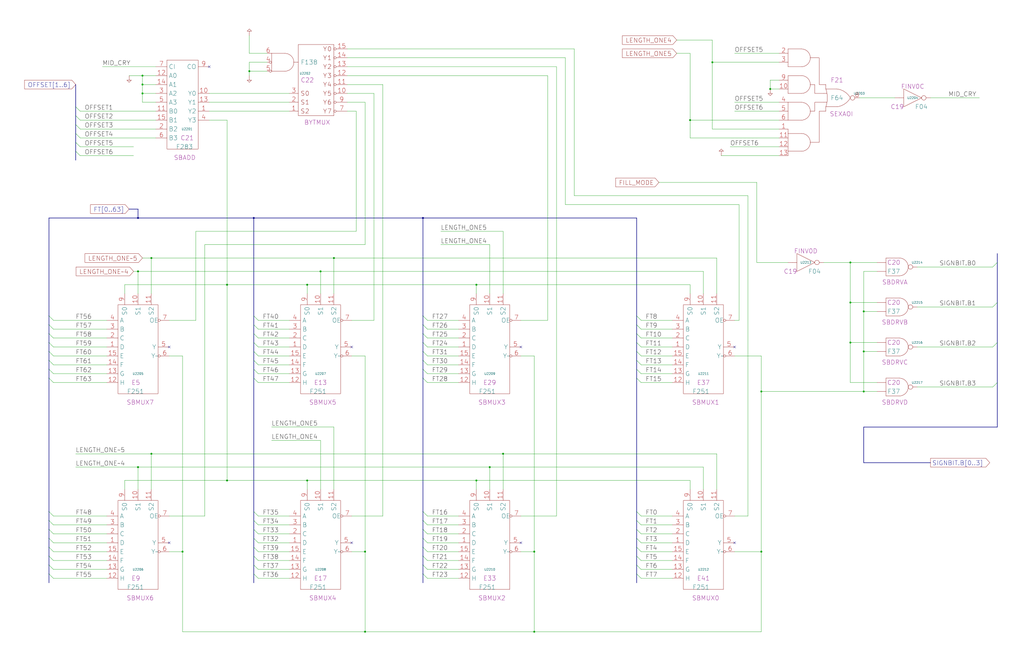
<source format=kicad_sch>
(kicad_sch (version 20230121) (generator eeschema)
  (paper "User" 584.2 378.46)
  (title_block (title "SIGN BIT EXTRACTOR") (date "20-MAR-90") (rev "1.0") (comment 1 "FIU") (comment 2 "232-003065") (comment 3 "S400") (comment 4 "RELEASED"))
  (lib_symbols
    (symbol "r1000:F04" (pin_numbers hide) (pin_names hide)
      (property "Reference" "U" (at 0 0 0))
      (property "Value" "F04" (at 1.27 -5.08 0))
      (property "Location" "___" (at -12.7 -5.08 0))
      (property "Name" "______" (at 0 5.08 0))
      (symbol "F04_0_1"
        (polyline (pts (xy -7.62 0) (xy -5.08 0)) (stroke (width 0.1524)))
        (polyline (pts (xy -5.08 5.08) (xy -5.08 -5.08)) (stroke (width 0.1524)))
        (polyline (pts (xy 5.08 0) (xy -5.08 -5.08)) (stroke (width 0.1524)))
        (polyline (pts (xy 5.08 0) (xy -5.08 5.08)) (stroke (width 0.1524)))
        (circle (center 6.35 0) (radius 1.27) (stroke (width 0.1524)))
      )
      (symbol "F04_1_1"
        (pin input line (at -10.16 0 0) (length 2.54) (name "D0") (number "1"))
        (pin output line (at 10.16 0 180) (length 2.54) (name "Q") (number "2"))
      )
    )
    (symbol "r1000:F138" (pin_names (offset 1.016) hide)
      (property "Reference" "U" (at 1.27 3.81 0))
      (property "Value" "F138" (at -1.27 10.16 0))
      (property "Location" "___" (at -1.27 0 0))
      (property "Name" "______" (at 8.255 -24.13 0))
      (symbol "F138_0_0"
        (arc (start -10.16 5.08) (mid -6.5679 6.5679) (end -5.08 10.16) (stroke (width 0.1524)))
        (arc (start -5.08 10.16) (mid -6.5679 13.7521) (end -10.16 15.24) (stroke (width 0.1524)))
        (polyline (pts (xy -17.78 5.08) (xy -10.16 5.08)) (stroke (width 0.1524)))
        (polyline (pts (xy -17.78 15.24) (xy -10.16 15.24)) (stroke (width 0.1524)))
      )
      (symbol "F138_0_1"
        (circle (center -18.415 5.08) (radius 0.635) (stroke (width 0.1524)))
        (circle (center -18.415 10.16) (radius 0.635) (stroke (width 0.1524)))
        (rectangle (start -2.54 20.32) (end 17.78 -20.32) (stroke (width 0.1524)))
        (polyline (pts (xy -19.05 15.24) (xy -17.78 15.24)) (stroke (width 0.1524)))
        (polyline (pts (xy -17.78 15.24) (xy -17.78 5.08)) (stroke (width 0.1524)))
        (polyline (pts (xy -2.54 10.16) (xy -5.08 10.16)) (stroke (width 0.1524)))
      )
      (symbol "F138_1_1"
        (circle (center 18.415 -17.78) (radius 0.635))
        (circle (center 18.415 -12.7) (radius 0.635))
        (circle (center 18.415 -7.62) (radius 0.635))
        (circle (center 18.415 -2.54) (radius 0.635))
        (circle (center 18.415 2.54) (radius 0.635))
        (circle (center 18.415 7.62) (radius 0.635))
        (circle (center 18.415 12.7) (radius 0.635))
        (circle (center 18.415 17.78) (radius 0.635))
        (text "0" (at 2.54 -7.62 0) (effects (font (size 2.54 2.54))))
        (text "0" (at 15.24 17.78 0) (effects (font (size 2.54 2.54))))
        (text "1" (at 2.54 -12.7 0) (effects (font (size 2.54 2.54))))
        (text "1" (at 15.24 12.7 0) (effects (font (size 2.54 2.54))))
        (text "2" (at 2.54 -17.78 0) (effects (font (size 2.54 2.54))))
        (text "2" (at 15.24 7.62 0) (effects (font (size 2.54 2.54))))
        (text "3" (at 15.24 2.54 0) (effects (font (size 2.54 2.54))))
        (text "4" (at 15.24 -2.54 0) (effects (font (size 2.54 2.54))))
        (text "5" (at 15.24 -7.62 0) (effects (font (size 2.54 2.54))))
        (text "6" (at 15.24 -12.7 0) (effects (font (size 2.54 2.54))))
        (text "7" (at 15.24 -17.78 0) (effects (font (size 2.54 2.54))))
        (text "S" (at 0 -17.78 0) (effects (font (size 2.54 2.54))))
        (text "S" (at 0 -12.7 0) (effects (font (size 2.54 2.54))))
        (text "S" (at 0 -7.62 0) (effects (font (size 2.54 2.54))))
        (text "Y" (at 12.7 -17.78 0) (effects (font (size 2.54 2.54))))
        (text "Y" (at 12.7 -12.7 0) (effects (font (size 2.54 2.54))))
        (text "Y" (at 12.7 -7.62 0) (effects (font (size 2.54 2.54))))
        (text "Y" (at 12.7 -2.54 0) (effects (font (size 2.54 2.54))))
        (text "Y" (at 12.7 2.54 0) (effects (font (size 2.54 2.54))))
        (text "Y" (at 12.7 7.62 0) (effects (font (size 2.54 2.54))))
        (text "Y" (at 12.7 12.7 0) (effects (font (size 2.54 2.54))))
        (text "Y" (at 12.7 17.78 0) (effects (font (size 2.54 2.54))))
        (pin input line (at -7.62 -17.78 0) (length 5.08) (name "S2") (number "1"))
        (pin output line (at 25.4 -7.62 180) (length 6.35) (name "Y5_") (number "10"))
        (pin output line (at 25.4 -2.54 180) (length 6.35) (name "Y4_") (number "11"))
        (pin output line (at 25.4 2.54 180) (length 6.35) (name "Y3_") (number "12"))
        (pin output line (at 25.4 7.62 180) (length 6.35) (name "Y2_") (number "13"))
        (pin output line (at 25.4 12.7 180) (length 6.35) (name "Y1_") (number "14"))
        (pin output line (at 25.4 17.78 180) (length 6.35) (name "Y0_") (number "15"))
        (pin input line (at -7.62 -12.7 0) (length 5.08) (name "S1") (number "2"))
        (pin input line (at -7.62 -7.62 0) (length 5.08) (name "S0") (number "3"))
        (pin input line (at -20.32 10.16 0) (length 1.27) (name "D1") (number "4"))
        (pin input line (at -20.32 5.08 0) (length 1.27) (name "D2") (number "5"))
        (pin input line (at -20.32 15.24 0) (length 1.27) (name "D0") (number "6"))
        (pin output line (at 25.4 -17.78 180) (length 6.35) (name "Y7_") (number "7"))
        (pin output line (at 25.4 -12.7 180) (length 6.35) (name "Y6_") (number "9"))
      )
    )
    (symbol "r1000:F251" (pin_names (offset 1.016))
      (property "Reference" "U" (at 2.54 5.08 0))
      (property "Value" "F251" (at -3.81 -5.08 0))
      (property "Location" "___" (at -1.27 0 0))
      (property "Name" "______" (at 3.81 -12.7 0))
      (symbol "F251_1_1"
        (rectangle (start -8.89 44.45) (end 13.97 -6.35))
        (circle (center 14.605 15.24) (radius 0.635))
        (circle (center 14.605 35.56) (radius 0.635))
        (pin input line (at -15.24 20.32 0) (length 6.35) (name "D") (number "1"))
        (pin input line (at 2.54 50.8 270) (length 6.35) (name "S1") (number "10"))
        (pin input line (at 10.16 50.8 270) (length 6.35) (name "S2") (number "11"))
        (pin input line (at -15.24 0 0) (length 6.35) (name "H") (number "12"))
        (pin input line (at -15.24 5.08 0) (length 6.35) (name "G") (number "13"))
        (pin input line (at -15.24 10.16 0) (length 6.35) (name "F") (number "14"))
        (pin input line (at -15.24 15.24 0) (length 6.35) (name "E") (number "15"))
        (pin input line (at -15.24 25.4 0) (length 6.35) (name "C") (number "2"))
        (pin input line (at -15.24 30.48 0) (length 6.35) (name "B") (number "3"))
        (pin input line (at -15.24 35.56 0) (length 6.35) (name "A") (number "4"))
        (pin tri_state line (at 20.32 20.32 180) (length 6.35) (name "Y") (number "5"))
        (pin tri_state line (at 20.32 15.24 180) (length 5.08) (name "Y~") (number "6"))
        (pin input line (at 20.32 35.56 180) (length 5.08) (name "OE") (number "7"))
        (pin input line (at -5.08 50.8 270) (length 6.35) (name "S0") (number "9"))
      )
    )
    (symbol "r1000:F283" (pin_names (offset 1.016))
      (property "Reference" "U" (at 2.54 5.08 0))
      (property "Value" "F283" (at -3.81 -5.08 0))
      (property "Location" "___" (at -1.27 0 0))
      (property "Name" "______" (at 1.27 -12.7 0))
      (symbol "F283_1_1"
        (rectangle (start -8.89 44.45) (end 8.89 -6.35))
        (pin output line (at 15.24 15.24 180) (length 6.35) (name "Y2") (number "1"))
        (pin output line (at 15.24 25.4 180) (length 6.35) (name "Y0") (number "10"))
        (pin input line (at -15.24 15.24 0) (length 6.35) (name "B0") (number "11"))
        (pin input line (at -15.24 35.56 0) (length 6.35) (name "A0") (number "12"))
        (pin output line (at 15.24 20.32 180) (length 6.35) (name "Y1") (number "13"))
        (pin input line (at -15.24 30.48 0) (length 6.35) (name "A1") (number "14"))
        (pin input line (at -15.24 10.16 0) (length 6.35) (name "B1") (number "15"))
        (pin input line (at -15.24 5.08 0) (length 6.35) (name "B2") (number "2"))
        (pin input line (at -15.24 25.4 0) (length 6.35) (name "A2") (number "3"))
        (pin output line (at 15.24 10.16 180) (length 6.35) (name "Y3") (number "4"))
        (pin input line (at -15.24 20.32 0) (length 6.35) (name "A3") (number "5"))
        (pin input line (at -15.24 0 0) (length 6.35) (name "B3") (number "6"))
        (pin input line (at -15.24 40.64 0) (length 6.35) (name "CI") (number "7"))
        (pin output line (at 15.24 40.64 180) (length 6.35) (name "CO") (number "9"))
      )
    )
    (symbol "r1000:F37" (pin_numbers hide) (pin_names (offset 0) hide)
      (property "Reference" "U" (at 15.24 0 0))
      (property "Value" "F37" (at 1.905 -5.08 0))
      (property "Location" "___" (at 1.905 0 0))
      (property "Name" "______" (at 2.54 -12.7 0))
      (symbol "F37_0_1"
        (polyline (pts (xy -2.54 -7.62) (xy 5.08 -7.62)) (stroke (width 0.1524)))
        (polyline (pts (xy -2.54 2.54) (xy -2.54 -7.62)) (stroke (width 0.1524)))
        (polyline (pts (xy -2.54 2.54) (xy 5.08 2.54)) (stroke (width 0.1524)))
        (arc (start 5.08 -7.62) (mid 10.1282 -2.54) (end 5.08 2.54) (stroke (width 0.1524)))
        (circle (center 11.43 -2.54) (radius 1.27) (stroke (width 0.1524)))
      )
      (symbol "F37_0_2"
        (circle (center -3.81 -5.08) (radius 1.27) (stroke (width 0.1524)))
        (circle (center -3.81 0) (radius 1.27) (stroke (width 0.1524)))
        (arc (start -3.175 -7.62) (mid -2.134 -2.54) (end -3.175 2.54) (stroke (width 0.1524)))
        (polyline (pts (xy -3.175 -7.62) (xy 3.81 -7.62)) (stroke (width 0.1524)))
        (polyline (pts (xy -3.175 2.54) (xy 3.81 2.54)) (stroke (width 0.1524)))
        (arc (start 3.81 -7.62) (mid 7.5855 -5.8306) (end 10.16 -2.54) (stroke (width 0.1524)))
        (arc (start 10.16 -2.54) (mid 7.5827 0.7471) (end 3.81 2.54) (stroke (width 0.1524)))
      )
      (symbol "F37_1_1"
        (pin input line (at -7.62 0 0) (length 5.08) (name "D0") (number "1"))
        (pin input line (at -7.62 -5.08 0) (length 5.08) (name "D1") (number "2"))
        (pin output line (at 15.24 -2.54 180) (length 2.54) (name "Q") (number "3"))
      )
      (symbol "F37_1_2"
        (pin input line (at -7.62 0 0) (length 2.54) (name "D0") (number "1"))
        (pin input line (at -7.62 -5.08 0) (length 2.54) (name "D1") (number "2"))
        (pin output line (at 15.24 -2.54 180) (length 5.08) (name "Q") (number "3"))
      )
    )
    (symbol "r1000:F64" (pin_names hide)
      (property "Reference" "U" (at 15.24 2.54 0))
      (property "Value" "F64" (at 2.54 0 0))
      (property "Location" "___" (at 2.54 10.16 0))
      (property "Name" "______" (at 5.08 -10.62 0))
      (symbol "F64_0_0"
        (arc (start -17.78 -30.48) (mid -14.1879 -28.9921) (end -12.7 -25.4) (stroke (width 0.1524)))
        (arc (start -17.78 -12.7) (mid -14.1879 -11.2121) (end -12.7 -7.62) (stroke (width 0.1524)))
        (arc (start -17.78 2.54) (mid -14.1879 4.0279) (end -12.7 7.62) (stroke (width 0.1524)))
        (arc (start -17.78 17.78) (mid -14.1879 19.2679) (end -12.7 22.86) (stroke (width 0.1524)))
        (arc (start -12.7 -25.4) (mid -14.1879 -21.8079) (end -17.78 -20.32) (stroke (width 0.1524)))
        (arc (start -12.7 -7.62) (mid -14.1879 -4.0279) (end -17.78 -2.54) (stroke (width 0.1524)))
        (arc (start -12.7 7.62) (mid -14.1879 11.2121) (end -17.78 12.7) (stroke (width 0.1524)))
        (arc (start -12.7 22.86) (mid -14.1879 26.4521) (end -17.78 27.94) (stroke (width 0.1524)))
        (arc (start -3.8173 -5.08) (mid -2.9926 0) (end -3.8173 5.08) (stroke (width 0.1524)))
        (polyline (pts (xy -25.4 -30.48) (xy -17.78 -30.48)) (stroke (width 0.1524)))
        (polyline (pts (xy -25.4 -20.32) (xy -17.78 -20.32)) (stroke (width 0.1524)))
        (polyline (pts (xy -25.4 -12.7) (xy -17.78 -12.7)) (stroke (width 0.1524)))
        (polyline (pts (xy -25.4 -2.54) (xy -17.78 -2.54)) (stroke (width 0.1524)))
        (polyline (pts (xy -25.4 2.54) (xy -17.78 2.54)) (stroke (width 0.1524)))
        (polyline (pts (xy -25.4 12.7) (xy -17.78 12.7)) (stroke (width 0.1524)))
        (polyline (pts (xy -25.4 17.78) (xy -17.78 17.78)) (stroke (width 0.1524)))
        (polyline (pts (xy -25.4 27.94) (xy -17.78 27.94)) (stroke (width 0.1524)))
        (polyline (pts (xy -3.81 -5.08) (xy 2.54 -5.08)) (stroke (width 0.1524)))
        (polyline (pts (xy -3.81 5.08) (xy 2.54 5.08)) (stroke (width 0.1524)))
        (arc (start 2.54 -5.08) (mid 6.9504 -3.4405) (end 10.16 0) (stroke (width 0.1524)))
        (arc (start 10.16 0) (mid 6.9516 3.4424) (end 2.54 5.08) (stroke (width 0.1524)))
        (circle (center 11.43 0) (radius 1.27) (stroke (width 0.1524)))
      )
      (symbol "F64_0_1"
        (polyline (pts (xy -25.4 -33.02) (xy -25.4 -30.48)) (stroke (width 0.1524)))
        (polyline (pts (xy -25.4 -20.32) (xy -25.4 -30.48)) (stroke (width 0.1524)))
        (polyline (pts (xy -25.4 -17.78) (xy -25.4 -20.32)) (stroke (width 0.1524)))
        (polyline (pts (xy -25.4 -2.54) (xy -25.4 -12.7)) (stroke (width 0.1524)))
        (polyline (pts (xy -25.4 12.7) (xy -25.4 2.54)) (stroke (width 0.1524)))
        (polyline (pts (xy -25.4 27.94) (xy -25.4 17.78)) (stroke (width 0.1524)))
        (polyline (pts (xy -12.7 -7.62) (xy -12.7 -7.62)) (stroke (width 0.1524)))
        (polyline (pts (xy -5.08 -2.54) (xy -3.175 -2.54)) (stroke (width 0.1524)))
        (polyline (pts (xy -5.08 2.54) (xy -3.175 2.54)) (stroke (width 0.1524)))
        (polyline (pts (xy -12.7 -7.62) (xy -10.16 -7.62) (xy -10.16 -2.54) (xy -5.08 -2.54)) (stroke (width 0.1524)))
        (polyline (pts (xy -12.7 7.62) (xy -10.16 7.62) (xy -10.16 2.54) (xy -5.08 2.54)) (stroke (width 0.1524)))
        (polyline (pts (xy -3.81 -5.08) (xy -3.81 -7.62) (xy -7.62 -7.62) (xy -7.62 -25.4) (xy -12.7 -25.4)) (stroke (width 0.1524)))
        (polyline (pts (xy -3.81 5.08) (xy -3.81 7.62) (xy -7.62 7.62) (xy -7.62 22.86) (xy -12.7 22.86)) (stroke (width 0.1524)))
      )
      (symbol "F64_1_1"
        (pin input line (at -30.48 -17.78 0) (length 5.08) (name "D0") (number "1"))
        (pin input line (at -30.48 5.08 0) (length 5.08) (name "B1") (number "10"))
        (pin input line (at -30.48 -22.86 0) (length 5.08) (name "D1") (number "11"))
        (pin input line (at -30.48 -27.94 0) (length 5.08) (name "D2") (number "12"))
        (pin input line (at -30.48 -33.02 0) (length 5.08) (name "D3") (number "13"))
        (pin input line (at -30.48 25.4 0) (length 5.08) (name "A0") (number "2"))
        (pin input line (at -30.48 20.32 0) (length 5.08) (name "A1") (number "3"))
        (pin input line (at -30.48 -2.54 0) (length 5.08) (name "C0") (number "4"))
        (pin input line (at -30.48 -7.62 0) (length 5.08) (name "C1") (number "5"))
        (pin input line (at -30.48 -12.7 0) (length 5.08) (name "C2") (number "6"))
        (pin output line (at 15.24 0 180) (length 2.54) (name "Q") (number "8"))
        (pin input line (at -30.48 10.16 0) (length 5.08) (name "B0") (number "9"))
      )
    )
    (symbol "r1000:PD" (power) (pin_numbers hide) (pin_names hide) (in_bom no)
      (symbol "PD_0_1"
        (polyline (pts (xy 0 -2.54) (xy 1.27 -2.54) (xy 0 -3.81) (xy -1.27 -2.54) (xy 0 -2.54)) (stroke (width 0.1524)))
      )
      (symbol "PD_1_1"
        (pin power_in line (at 0 0 270) (length 2.54) (name "PD") (number "1"))
      )
    )
    (symbol "r1000:PU" (power) (pin_numbers hide) (pin_names hide)
      (symbol "PU_0_1"
        (polyline (pts (xy 0 2.54) (xy -1.27 2.54) (xy 0 3.81) (xy 1.27 2.54) (xy 0 2.54)) (stroke (width 0.1524)))
      )
      (symbol "PU_1_1"
        (pin power_in line (at 0 0 90) (length 2.54) (name "PU") (number "1"))
      )
    )
  )
  (junction (at 78.74 154.94))
  (junction (at 492.76 223.52))
  (junction (at 190.5 147.32))
  (junction (at 492.76 177.8))
  (junction (at 439.42 50.8))
  (junction (at 485.14 195.58))
  (junction (at 144.78 124.46))
  (junction (at 86.36 147.32))
  (junction (at 81.28 48.26))
  (junction (at 81.28 43.18))
  (junction (at 104.14 314.96))
  (junction (at 434.34 314.96))
  (junction (at 279.4 266.7))
  (junction (at 81.28 53.34))
  (junction (at 434.34 223.52))
  (junction (at 78.74 124.46))
  (junction (at 175.26 162.56))
  (junction (at 271.78 274.32))
  (junction (at 129.54 162.56))
  (junction (at 175.26 274.32))
  (junction (at 304.8 360.68))
  (junction (at 208.28 360.68))
  (junction (at 485.14 172.72))
  (junction (at 241.3 124.46))
  (junction (at 86.36 259.08))
  (junction (at 304.8 314.96))
  (junction (at 287.02 259.08))
  (junction (at 393.7 68.58))
  (junction (at 129.54 274.32))
  (junction (at 208.28 314.96))
  (junction (at 492.76 200.66))
  (junction (at 142.24 40.64))
  (junction (at 485.14 149.86))
  (junction (at 406.4 35.56))
  (junction (at 271.78 162.56))
  (junction (at 78.74 266.7))
  (junction (at 182.88 154.94))
  (no_connect (at 419.1 198.12))
  (no_connect (at 297.18 309.88))
  (no_connect (at 96.52 309.88))
  (no_connect (at 419.1 309.88))
  (no_connect (at 200.66 309.88))
  (no_connect (at 119.38 38.1))
  (no_connect (at 96.52 198.12))
  (no_connect (at 297.18 198.12))
  (no_connect (at 200.66 198.12))
  (bus_entry (at 363.22 297.18) (size 2.54 2.54))
  (bus_entry (at 144.78 195.58) (size 2.54 2.54))
  (bus_entry (at 241.3 180.34) (size 2.54 2.54))
  (bus_entry (at 363.22 215.9) (size 2.54 2.54))
  (bus_entry (at 363.22 180.34) (size 2.54 2.54))
  (bus_entry (at 241.3 322.58) (size 2.54 2.54))
  (bus_entry (at 43.18 81.28) (size 2.54 2.54))
  (bus_entry (at 363.22 327.66) (size 2.54 2.54))
  (bus_entry (at 241.3 312.42) (size 2.54 2.54))
  (bus_entry (at 144.78 200.66) (size 2.54 2.54))
  (bus_entry (at 144.78 205.74) (size 2.54 2.54))
  (bus_entry (at 241.3 215.9) (size 2.54 2.54))
  (bus_entry (at 241.3 327.66) (size 2.54 2.54))
  (bus_entry (at 144.78 312.42) (size 2.54 2.54))
  (bus_entry (at 27.94 292.1) (size 2.54 2.54))
  (bus_entry (at 241.3 302.26) (size 2.54 2.54))
  (bus_entry (at 144.78 180.34) (size 2.54 2.54))
  (bus_entry (at 241.3 185.42) (size 2.54 2.54))
  (bus_entry (at 43.18 66.04) (size 2.54 2.54))
  (bus_entry (at 363.22 210.82) (size 2.54 2.54))
  (bus_entry (at 27.94 180.34) (size 2.54 2.54))
  (bus_entry (at 27.94 190.5) (size 2.54 2.54))
  (bus_entry (at 144.78 327.66) (size 2.54 2.54))
  (bus_entry (at 363.22 205.74) (size 2.54 2.54))
  (bus_entry (at 27.94 195.58) (size 2.54 2.54))
  (bus_entry (at 43.18 86.36) (size 2.54 2.54))
  (bus_entry (at 144.78 297.18) (size 2.54 2.54))
  (bus_entry (at 27.94 312.42) (size 2.54 2.54))
  (bus_entry (at 27.94 302.26) (size 2.54 2.54))
  (bus_entry (at 27.94 205.74) (size 2.54 2.54))
  (bus_entry (at 27.94 297.18) (size 2.54 2.54))
  (bus_entry (at 27.94 317.5) (size 2.54 2.54))
  (bus_entry (at 43.18 71.12) (size 2.54 2.54))
  (bus_entry (at 27.94 185.42) (size 2.54 2.54))
  (bus_entry (at 241.3 200.66) (size 2.54 2.54))
  (bus_entry (at 144.78 215.9) (size 2.54 2.54))
  (bus_entry (at 27.94 327.66) (size 2.54 2.54))
  (bus_entry (at 363.22 302.26) (size 2.54 2.54))
  (bus_entry (at 363.22 292.1) (size 2.54 2.54))
  (bus_entry (at 241.3 317.5) (size 2.54 2.54))
  (bus_entry (at 363.22 307.34) (size 2.54 2.54))
  (bus_entry (at 43.18 60.96) (size 2.54 2.54))
  (bus_entry (at 241.3 195.58) (size 2.54 2.54))
  (bus_entry (at 43.18 76.2) (size 2.54 2.54))
  (bus_entry (at 144.78 302.26) (size 2.54 2.54))
  (bus_entry (at 568.96 218.44) (size -2.54 2.54))
  (bus_entry (at 144.78 185.42) (size 2.54 2.54))
  (bus_entry (at 144.78 210.82) (size 2.54 2.54))
  (bus_entry (at 363.22 190.5) (size 2.54 2.54))
  (bus_entry (at 144.78 322.58) (size 2.54 2.54))
  (bus_entry (at 27.94 210.82) (size 2.54 2.54))
  (bus_entry (at 241.3 307.34) (size 2.54 2.54))
  (bus_entry (at 568.96 149.86) (size -2.54 2.54))
  (bus_entry (at 363.22 195.58) (size 2.54 2.54))
  (bus_entry (at 363.22 200.66) (size 2.54 2.54))
  (bus_entry (at 241.3 297.18) (size 2.54 2.54))
  (bus_entry (at 568.96 172.72) (size -2.54 2.54))
  (bus_entry (at 241.3 190.5) (size 2.54 2.54))
  (bus_entry (at 144.78 292.1) (size 2.54 2.54))
  (bus_entry (at 144.78 317.5) (size 2.54 2.54))
  (bus_entry (at 363.22 317.5) (size 2.54 2.54))
  (bus_entry (at 144.78 307.34) (size 2.54 2.54))
  (bus_entry (at 27.94 322.58) (size 2.54 2.54))
  (bus_entry (at 568.96 195.58) (size -2.54 2.54))
  (bus_entry (at 27.94 215.9) (size 2.54 2.54))
  (bus_entry (at 144.78 190.5) (size 2.54 2.54))
  (bus_entry (at 241.3 292.1) (size 2.54 2.54))
  (bus_entry (at 363.22 185.42) (size 2.54 2.54))
  (bus_entry (at 27.94 307.34) (size 2.54 2.54))
  (bus_entry (at 363.22 322.58) (size 2.54 2.54))
  (bus_entry (at 363.22 312.42) (size 2.54 2.54))
  (bus_entry (at 27.94 200.66) (size 2.54 2.54))
  (bus_entry (at 241.3 210.82) (size 2.54 2.54))
  (bus_entry (at 241.3 205.74) (size 2.54 2.54))
  (wire (pts (xy 492.76 200.66) (xy 492.76 223.52)))
  (wire (pts (xy 30.48 304.8) (xy 60.96 304.8)))
  (bus (pts (xy 27.94 317.5) (xy 27.94 322.58)))
  (wire (pts (xy 198.12 58.42) (xy 208.28 58.42)))
  (wire (pts (xy 147.32 320.04) (xy 165.1 320.04)))
  (bus (pts (xy 492.76 264.16) (xy 530.86 264.16)))
  (bus (pts (xy 568.96 149.86) (xy 568.96 172.72)))
  (wire (pts (xy 469.9 149.86) (xy 485.14 149.86)))
  (wire (pts (xy 401.32 154.94) (xy 401.32 167.64)))
  (wire (pts (xy 30.48 187.96) (xy 60.96 187.96)))
  (wire (pts (xy 416.56 83.82) (xy 444.5 83.82)))
  (wire (pts (xy 297.18 203.2) (xy 304.8 203.2)))
  (wire (pts (xy 45.72 68.58) (xy 88.9 68.58)))
  (wire (pts (xy 365.76 294.64) (xy 383.54 294.64)))
  (wire (pts (xy 86.36 147.32) (xy 190.5 147.32)))
  (wire (pts (xy 30.48 299.72) (xy 60.96 299.72)))
  (wire (pts (xy 142.24 40.64) (xy 142.24 43.18)))
  (wire (pts (xy 485.14 172.72) (xy 485.14 149.86)))
  (wire (pts (xy 287.02 259.08) (xy 287.02 279.4)))
  (bus (pts (xy 78.74 124.46) (xy 27.94 124.46)))
  (wire (pts (xy 287.02 167.64) (xy 287.02 132.08)))
  (bus (pts (xy 241.3 124.46) (xy 144.78 124.46)))
  (wire (pts (xy 142.24 35.56) (xy 142.24 40.64)))
  (wire (pts (xy 421.64 116.84) (xy 421.64 182.88)))
  (wire (pts (xy 78.74 266.7) (xy 279.4 266.7)))
  (wire (pts (xy 492.76 200.66) (xy 500.38 200.66)))
  (wire (pts (xy 243.84 314.96) (xy 261.62 314.96)))
  (wire (pts (xy 426.72 294.64) (xy 419.1 294.64)))
  (bus (pts (xy 568.96 218.44) (xy 568.96 243.84)))
  (bus (pts (xy 144.78 124.46) (xy 78.74 124.46)))
  (wire (pts (xy 30.48 213.36) (xy 60.96 213.36)))
  (wire (pts (xy 86.36 259.08) (xy 86.36 279.4)))
  (bus (pts (xy 363.22 327.66) (xy 363.22 332.74)))
  (wire (pts (xy 243.84 294.64) (xy 261.62 294.64)))
  (bus (pts (xy 27.94 327.66) (xy 27.94 332.74)))
  (wire (pts (xy 147.32 208.28) (xy 165.1 208.28)))
  (wire (pts (xy 439.42 50.8) (xy 444.5 50.8)))
  (wire (pts (xy 317.5 38.1) (xy 317.5 294.64)))
  (wire (pts (xy 203.2 132.08) (xy 203.2 63.5)))
  (wire (pts (xy 365.76 299.72) (xy 383.54 299.72)))
  (wire (pts (xy 198.12 38.1) (xy 317.5 38.1)))
  (wire (pts (xy 279.4 139.7) (xy 251.46 139.7)))
  (wire (pts (xy 393.7 30.48) (xy 386.08 30.48)))
  (bus (pts (xy 241.3 307.34) (xy 241.3 312.42)))
  (wire (pts (xy 365.76 320.04) (xy 383.54 320.04)))
  (wire (pts (xy 365.76 325.12) (xy 383.54 325.12)))
  (wire (pts (xy 190.5 243.84) (xy 190.5 279.4)))
  (bus (pts (xy 363.22 297.18) (xy 363.22 302.26)))
  (wire (pts (xy 198.12 53.34) (xy 213.36 53.34)))
  (bus (pts (xy 568.96 172.72) (xy 568.96 195.58)))
  (wire (pts (xy 485.14 172.72) (xy 500.38 172.72)))
  (wire (pts (xy 198.12 43.18) (xy 312.42 43.18)))
  (bus (pts (xy 241.3 190.5) (xy 241.3 195.58)))
  (wire (pts (xy 492.76 223.52) (xy 500.38 223.52)))
  (bus (pts (xy 144.78 292.1) (xy 144.78 297.18)))
  (wire (pts (xy 30.48 193.04) (xy 60.96 193.04)))
  (wire (pts (xy 322.58 116.84) (xy 421.64 116.84)))
  (wire (pts (xy 71.12 274.32) (xy 129.54 274.32)))
  (wire (pts (xy 322.58 33.02) (xy 322.58 116.84)))
  (bus (pts (xy 363.22 205.74) (xy 363.22 210.82)))
  (wire (pts (xy 393.7 274.32) (xy 393.7 279.4)))
  (wire (pts (xy 71.12 162.56) (xy 129.54 162.56)))
  (bus (pts (xy 241.3 292.1) (xy 241.3 297.18)))
  (bus (pts (xy 43.18 81.28) (xy 43.18 86.36)))
  (bus (pts (xy 363.22 322.58) (xy 363.22 327.66)))
  (wire (pts (xy 200.66 203.2) (xy 208.28 203.2)))
  (wire (pts (xy 243.84 213.36) (xy 261.62 213.36)))
  (wire (pts (xy 297.18 314.96) (xy 304.8 314.96)))
  (wire (pts (xy 431.8 104.14) (xy 375.92 104.14)))
  (bus (pts (xy 241.3 185.42) (xy 241.3 190.5)))
  (wire (pts (xy 182.88 251.46) (xy 154.94 251.46)))
  (wire (pts (xy 104.14 203.2) (xy 104.14 314.96)))
  (wire (pts (xy 393.7 68.58) (xy 444.5 68.58)))
  (wire (pts (xy 45.72 88.9) (xy 76.2 88.9)))
  (wire (pts (xy 365.76 208.28) (xy 383.54 208.28)))
  (bus (pts (xy 241.3 297.18) (xy 241.3 302.26)))
  (wire (pts (xy 30.48 330.2) (xy 60.96 330.2)))
  (wire (pts (xy 243.84 299.72) (xy 261.62 299.72)))
  (wire (pts (xy 434.34 314.96) (xy 434.34 360.68)))
  (wire (pts (xy 365.76 314.96) (xy 383.54 314.96)))
  (bus (pts (xy 27.94 200.66) (xy 27.94 205.74)))
  (wire (pts (xy 523.24 152.4) (xy 566.42 152.4)))
  (wire (pts (xy 492.76 177.8) (xy 492.76 200.66)))
  (bus (pts (xy 144.78 215.9) (xy 144.78 292.1)))
  (wire (pts (xy 81.28 53.34) (xy 81.28 48.26)))
  (bus (pts (xy 27.94 297.18) (xy 27.94 302.26)))
  (wire (pts (xy 243.84 330.2) (xy 261.62 330.2)))
  (wire (pts (xy 406.4 73.66) (xy 406.4 35.56)))
  (wire (pts (xy 119.38 58.42) (xy 165.1 58.42)))
  (wire (pts (xy 88.9 58.42) (xy 81.28 58.42)))
  (bus (pts (xy 241.3 200.66) (xy 241.3 205.74)))
  (wire (pts (xy 365.76 218.44) (xy 383.54 218.44)))
  (bus (pts (xy 43.18 86.36) (xy 43.18 91.44)))
  (wire (pts (xy 213.36 182.88) (xy 200.66 182.88)))
  (wire (pts (xy 485.14 149.86) (xy 500.38 149.86)))
  (wire (pts (xy 104.14 360.68) (xy 208.28 360.68)))
  (bus (pts (xy 73.66 119.38) (xy 78.74 119.38)))
  (wire (pts (xy 73.66 43.18) (xy 81.28 43.18)))
  (wire (pts (xy 218.44 294.64) (xy 200.66 294.64)))
  (wire (pts (xy 81.28 48.26) (xy 81.28 43.18)))
  (wire (pts (xy 411.48 88.9) (xy 444.5 88.9)))
  (bus (pts (xy 43.18 71.12) (xy 43.18 76.2)))
  (wire (pts (xy 271.78 274.32) (xy 393.7 274.32)))
  (bus (pts (xy 363.22 185.42) (xy 363.22 190.5)))
  (wire (pts (xy 96.52 182.88) (xy 111.76 182.88)))
  (bus (pts (xy 241.3 302.26) (xy 241.3 307.34)))
  (wire (pts (xy 182.88 251.46) (xy 182.88 279.4)))
  (bus (pts (xy 144.78 185.42) (xy 144.78 190.5)))
  (wire (pts (xy 182.88 154.94) (xy 401.32 154.94)))
  (wire (pts (xy 444.5 73.66) (xy 406.4 73.66)))
  (wire (pts (xy 243.84 325.12) (xy 261.62 325.12)))
  (bus (pts (xy 27.94 307.34) (xy 27.94 312.42)))
  (wire (pts (xy 213.36 53.34) (xy 213.36 182.88)))
  (bus (pts (xy 144.78 210.82) (xy 144.78 215.9)))
  (wire (pts (xy 198.12 33.02) (xy 322.58 33.02)))
  (wire (pts (xy 142.24 30.48) (xy 142.24 20.32)))
  (wire (pts (xy 104.14 314.96) (xy 104.14 360.68)))
  (wire (pts (xy 485.14 195.58) (xy 500.38 195.58)))
  (wire (pts (xy 147.32 325.12) (xy 165.1 325.12)))
  (wire (pts (xy 485.14 195.58) (xy 485.14 172.72)))
  (bus (pts (xy 27.94 302.26) (xy 27.94 307.34)))
  (wire (pts (xy 116.84 294.64) (xy 96.52 294.64)))
  (wire (pts (xy 421.64 182.88) (xy 419.1 182.88)))
  (wire (pts (xy 81.28 58.42) (xy 81.28 53.34)))
  (wire (pts (xy 147.32 294.64) (xy 165.1 294.64)))
  (bus (pts (xy 43.18 60.96) (xy 43.18 66.04)))
  (wire (pts (xy 208.28 139.7) (xy 116.84 139.7)))
  (wire (pts (xy 401.32 266.7) (xy 401.32 279.4)))
  (wire (pts (xy 147.32 187.96) (xy 165.1 187.96)))
  (bus (pts (xy 363.22 180.34) (xy 363.22 185.42)))
  (wire (pts (xy 208.28 314.96) (xy 208.28 360.68)))
  (bus (pts (xy 363.22 312.42) (xy 363.22 317.5)))
  (wire (pts (xy 449.58 149.86) (xy 431.8 149.86)))
  (bus (pts (xy 144.78 312.42) (xy 144.78 317.5)))
  (bus (pts (xy 144.78 180.34) (xy 144.78 185.42)))
  (wire (pts (xy 271.78 162.56) (xy 393.7 162.56)))
  (bus (pts (xy 144.78 307.34) (xy 144.78 312.42)))
  (wire (pts (xy 30.48 208.28) (xy 60.96 208.28)))
  (wire (pts (xy 30.48 294.64) (xy 60.96 294.64)))
  (wire (pts (xy 96.52 314.96) (xy 104.14 314.96)))
  (wire (pts (xy 419.1 63.5) (xy 444.5 63.5)))
  (wire (pts (xy 365.76 193.04) (xy 383.54 193.04)))
  (bus (pts (xy 27.94 124.46) (xy 27.94 180.34)))
  (wire (pts (xy 78.74 154.94) (xy 78.74 167.64)))
  (bus (pts (xy 568.96 243.84) (xy 492.76 243.84)))
  (wire (pts (xy 243.84 182.88) (xy 261.62 182.88)))
  (wire (pts (xy 147.32 304.8) (xy 165.1 304.8)))
  (wire (pts (xy 243.84 203.2) (xy 261.62 203.2)))
  (bus (pts (xy 241.3 210.82) (xy 241.3 215.9)))
  (bus (pts (xy 363.22 215.9) (xy 363.22 292.1)))
  (wire (pts (xy 147.32 330.2) (xy 165.1 330.2)))
  (wire (pts (xy 45.72 73.66) (xy 88.9 73.66)))
  (wire (pts (xy 30.48 198.12) (xy 60.96 198.12)))
  (wire (pts (xy 444.5 78.74) (xy 393.7 78.74)))
  (wire (pts (xy 406.4 22.86) (xy 386.08 22.86)))
  (wire (pts (xy 190.5 243.84) (xy 154.94 243.84)))
  (bus (pts (xy 27.94 215.9) (xy 27.94 292.1)))
  (wire (pts (xy 304.8 203.2) (xy 304.8 314.96)))
  (bus (pts (xy 78.74 119.38) (xy 78.74 124.46)))
  (wire (pts (xy 147.32 203.2) (xy 165.1 203.2)))
  (bus (pts (xy 27.94 180.34) (xy 27.94 185.42)))
  (wire (pts (xy 243.84 320.04) (xy 261.62 320.04)))
  (wire (pts (xy 419.1 30.48) (xy 444.5 30.48)))
  (bus (pts (xy 43.18 76.2) (xy 43.18 81.28)))
  (wire (pts (xy 43.18 266.7) (xy 78.74 266.7)))
  (wire (pts (xy 147.32 182.88) (xy 165.1 182.88)))
  (bus (pts (xy 241.3 215.9) (xy 241.3 292.1)))
  (wire (pts (xy 198.12 63.5) (xy 203.2 63.5)))
  (bus (pts (xy 27.94 292.1) (xy 27.94 297.18)))
  (bus (pts (xy 363.22 124.46) (xy 363.22 180.34)))
  (wire (pts (xy 30.48 218.44) (xy 60.96 218.44)))
  (wire (pts (xy 198.12 48.26) (xy 218.44 48.26)))
  (wire (pts (xy 147.32 299.72) (xy 165.1 299.72)))
  (bus (pts (xy 27.94 190.5) (xy 27.94 195.58)))
  (wire (pts (xy 81.28 53.34) (xy 88.9 53.34)))
  (wire (pts (xy 287.02 259.08) (xy 408.94 259.08)))
  (bus (pts (xy 27.94 185.42) (xy 27.94 190.5)))
  (wire (pts (xy 152.4 30.48) (xy 142.24 30.48)))
  (wire (pts (xy 30.48 309.88) (xy 60.96 309.88)))
  (bus (pts (xy 241.3 312.42) (xy 241.3 317.5)))
  (wire (pts (xy 271.78 162.56) (xy 271.78 167.64)))
  (wire (pts (xy 45.72 63.5) (xy 88.9 63.5)))
  (wire (pts (xy 365.76 304.8) (xy 383.54 304.8)))
  (wire (pts (xy 317.5 294.64) (xy 297.18 294.64)))
  (wire (pts (xy 243.84 198.12) (xy 261.62 198.12)))
  (wire (pts (xy 485.14 218.44) (xy 485.14 195.58)))
  (wire (pts (xy 30.48 182.88) (xy 60.96 182.88)))
  (wire (pts (xy 492.76 177.8) (xy 500.38 177.8)))
  (bus (pts (xy 27.94 210.82) (xy 27.94 215.9)))
  (wire (pts (xy 406.4 35.56) (xy 444.5 35.56)))
  (wire (pts (xy 492.76 154.94) (xy 492.76 177.8)))
  (wire (pts (xy 175.26 274.32) (xy 271.78 274.32)))
  (wire (pts (xy 147.32 218.44) (xy 165.1 218.44)))
  (wire (pts (xy 152.4 35.56) (xy 142.24 35.56)))
  (bus (pts (xy 144.78 124.46) (xy 144.78 180.34)))
  (wire (pts (xy 78.74 266.7) (xy 78.74 279.4)))
  (wire (pts (xy 208.28 58.42) (xy 208.28 139.7)))
  (wire (pts (xy 431.8 149.86) (xy 431.8 104.14)))
  (bus (pts (xy 144.78 200.66) (xy 144.78 205.74)))
  (bus (pts (xy 363.22 317.5) (xy 363.22 322.58)))
  (wire (pts (xy 190.5 147.32) (xy 190.5 167.64)))
  (wire (pts (xy 393.7 78.74) (xy 393.7 68.58)))
  (wire (pts (xy 96.52 203.2) (xy 104.14 203.2)))
  (wire (pts (xy 218.44 48.26) (xy 218.44 294.64)))
  (wire (pts (xy 312.42 43.18) (xy 312.42 182.88)))
  (wire (pts (xy 147.32 309.88) (xy 165.1 309.88)))
  (wire (pts (xy 30.48 325.12) (xy 60.96 325.12)))
  (wire (pts (xy 408.94 147.32) (xy 408.94 167.64)))
  (bus (pts (xy 144.78 317.5) (xy 144.78 322.58)))
  (bus (pts (xy 27.94 322.58) (xy 27.94 327.66)))
  (bus (pts (xy 363.22 190.5) (xy 363.22 195.58)))
  (wire (pts (xy 30.48 203.2) (xy 60.96 203.2)))
  (wire (pts (xy 243.84 187.96) (xy 261.62 187.96)))
  (bus (pts (xy 241.3 317.5) (xy 241.3 322.58)))
  (wire (pts (xy 365.76 182.88) (xy 383.54 182.88)))
  (wire (pts (xy 71.12 162.56) (xy 71.12 167.64)))
  (wire (pts (xy 243.84 193.04) (xy 261.62 193.04)))
  (wire (pts (xy 81.28 147.32) (xy 86.36 147.32)))
  (wire (pts (xy 365.76 330.2) (xy 383.54 330.2)))
  (wire (pts (xy 243.84 218.44) (xy 261.62 218.44)))
  (wire (pts (xy 426.72 111.76) (xy 426.72 294.64)))
  (wire (pts (xy 86.36 259.08) (xy 287.02 259.08)))
  (wire (pts (xy 365.76 213.36) (xy 383.54 213.36)))
  (wire (pts (xy 71.12 274.32) (xy 71.12 279.4)))
  (wire (pts (xy 434.34 223.52) (xy 492.76 223.52)))
  (bus (pts (xy 568.96 144.78) (xy 568.96 149.86)))
  (wire (pts (xy 393.7 162.56) (xy 393.7 167.64)))
  (wire (pts (xy 523.24 175.26) (xy 566.42 175.26)))
  (wire (pts (xy 393.7 68.58) (xy 393.7 30.48)))
  (wire (pts (xy 208.28 203.2) (xy 208.28 314.96)))
  (wire (pts (xy 43.18 259.08) (xy 86.36 259.08)))
  (bus (pts (xy 144.78 190.5) (xy 144.78 195.58)))
  (bus (pts (xy 241.3 322.58) (xy 241.3 327.66)))
  (wire (pts (xy 147.32 198.12) (xy 165.1 198.12)))
  (wire (pts (xy 406.4 35.56) (xy 406.4 22.86)))
  (wire (pts (xy 81.28 48.26) (xy 88.9 48.26)))
  (wire (pts (xy 327.66 27.94) (xy 327.66 111.76)))
  (wire (pts (xy 129.54 162.56) (xy 175.26 162.56)))
  (wire (pts (xy 129.54 68.58) (xy 119.38 68.58)))
  (wire (pts (xy 419.1 58.42) (xy 444.5 58.42)))
  (wire (pts (xy 30.48 314.96) (xy 60.96 314.96)))
  (wire (pts (xy 147.32 314.96) (xy 165.1 314.96)))
  (wire (pts (xy 304.8 314.96) (xy 304.8 360.68)))
  (wire (pts (xy 500.38 154.94) (xy 492.76 154.94)))
  (wire (pts (xy 243.84 309.88) (xy 261.62 309.88)))
  (bus (pts (xy 144.78 302.26) (xy 144.78 307.34)))
  (wire (pts (xy 287.02 132.08) (xy 251.46 132.08)))
  (wire (pts (xy 45.72 78.74) (xy 88.9 78.74)))
  (wire (pts (xy 200.66 314.96) (xy 208.28 314.96)))
  (wire (pts (xy 119.38 63.5) (xy 165.1 63.5)))
  (wire (pts (xy 279.4 266.7) (xy 401.32 266.7)))
  (bus (pts (xy 144.78 327.66) (xy 144.78 332.74)))
  (wire (pts (xy 439.42 45.72) (xy 439.42 50.8)))
  (bus (pts (xy 363.22 195.58) (xy 363.22 200.66)))
  (wire (pts (xy 327.66 111.76) (xy 426.72 111.76)))
  (wire (pts (xy 434.34 203.2) (xy 434.34 223.52)))
  (wire (pts (xy 243.84 208.28) (xy 261.62 208.28)))
  (wire (pts (xy 45.72 83.82) (xy 76.2 83.82)))
  (bus (pts (xy 363.22 307.34) (xy 363.22 312.42)))
  (wire (pts (xy 116.84 139.7) (xy 116.84 294.64)))
  (wire (pts (xy 78.74 154.94) (xy 182.88 154.94)))
  (wire (pts (xy 490.22 55.88) (xy 510.54 55.88)))
  (bus (pts (xy 363.22 292.1) (xy 363.22 297.18)))
  (bus (pts (xy 241.3 195.58) (xy 241.3 200.66)))
  (wire (pts (xy 58.42 38.1) (xy 88.9 38.1)))
  (wire (pts (xy 365.76 198.12) (xy 383.54 198.12)))
  (wire (pts (xy 30.48 320.04) (xy 60.96 320.04)))
  (bus (pts (xy 27.94 205.74) (xy 27.94 210.82)))
  (wire (pts (xy 76.2 154.94) (xy 78.74 154.94)))
  (wire (pts (xy 175.26 162.56) (xy 175.26 167.64)))
  (bus (pts (xy 241.3 327.66) (xy 241.3 332.74)))
  (wire (pts (xy 86.36 147.32) (xy 86.36 167.64)))
  (bus (pts (xy 492.76 243.84) (xy 492.76 264.16)))
  (bus (pts (xy 144.78 195.58) (xy 144.78 200.66)))
  (wire (pts (xy 419.1 203.2) (xy 434.34 203.2)))
  (bus (pts (xy 43.18 48.26) (xy 43.18 60.96)))
  (wire (pts (xy 523.24 220.98) (xy 566.42 220.98)))
  (wire (pts (xy 129.54 274.32) (xy 175.26 274.32)))
  (wire (pts (xy 434.34 223.52) (xy 434.34 314.96)))
  (wire (pts (xy 129.54 162.56) (xy 129.54 274.32)))
  (bus (pts (xy 144.78 297.18) (xy 144.78 302.26)))
  (wire (pts (xy 111.76 132.08) (xy 203.2 132.08)))
  (wire (pts (xy 182.88 154.94) (xy 182.88 167.64)))
  (wire (pts (xy 500.38 218.44) (xy 485.14 218.44)))
  (wire (pts (xy 304.8 360.68) (xy 434.34 360.68)))
  (wire (pts (xy 279.4 167.64) (xy 279.4 139.7)))
  (bus (pts (xy 27.94 312.42) (xy 27.94 317.5)))
  (wire (pts (xy 208.28 360.68) (xy 304.8 360.68)))
  (wire (pts (xy 243.84 304.8) (xy 261.62 304.8)))
  (bus (pts (xy 363.22 124.46) (xy 241.3 124.46)))
  (bus (pts (xy 241.3 180.34) (xy 241.3 185.42)))
  (bus (pts (xy 568.96 195.58) (xy 568.96 218.44)))
  (wire (pts (xy 190.5 147.32) (xy 408.94 147.32)))
  (wire (pts (xy 271.78 274.32) (xy 271.78 279.4)))
  (wire (pts (xy 175.26 274.32) (xy 175.26 279.4)))
  (wire (pts (xy 279.4 266.7) (xy 279.4 279.4)))
  (bus (pts (xy 144.78 322.58) (xy 144.78 327.66)))
  (wire (pts (xy 419.1 314.96) (xy 434.34 314.96)))
  (bus (pts (xy 241.3 124.46) (xy 241.3 180.34)))
  (wire (pts (xy 147.32 193.04) (xy 165.1 193.04)))
  (wire (pts (xy 408.94 259.08) (xy 408.94 279.4)))
  (wire (pts (xy 523.24 198.12) (xy 566.42 198.12)))
  (wire (pts (xy 175.26 162.56) (xy 271.78 162.56)))
  (bus (pts (xy 363.22 200.66) (xy 363.22 205.74)))
  (wire (pts (xy 312.42 182.88) (xy 297.18 182.88)))
  (wire (pts (xy 365.76 309.88) (xy 383.54 309.88)))
  (wire (pts (xy 111.76 132.08) (xy 111.76 182.88)))
  (bus (pts (xy 363.22 302.26) (xy 363.22 307.34)))
  (wire (pts (xy 365.76 187.96) (xy 383.54 187.96)))
  (wire (pts (xy 198.12 27.94) (xy 327.66 27.94)))
  (wire (pts (xy 530.86 55.88) (xy 558.8 55.88)))
  (wire (pts (xy 142.24 40.64) (xy 152.4 40.64)))
  (wire (pts (xy 147.32 213.36) (xy 165.1 213.36)))
  (wire (pts (xy 444.5 45.72) (xy 439.42 45.72)))
  (wire (pts (xy 81.28 43.18) (xy 88.9 43.18)))
  (bus (pts (xy 144.78 205.74) (xy 144.78 210.82)))
  (bus (pts (xy 363.22 210.82) (xy 363.22 215.9)))
  (wire (pts (xy 365.76 203.2) (xy 383.54 203.2)))
  (wire (pts (xy 129.54 162.56) (xy 129.54 68.58)))
  (wire (pts (xy 119.38 53.34) (xy 165.1 53.34)))
  (bus (pts (xy 43.18 66.04) (xy 43.18 71.12)))
  (bus (pts (xy 27.94 195.58) (xy 27.94 200.66)))
  (bus (pts (xy 241.3 205.74) (xy 241.3 210.82)))
  (label "FT59" (at 43.18 198.12 0) (effects (font (size 2.54 2.54))))
  (label "OFFSET5" (at 419.1 30.48 0) (effects (font (size 2.54 2.54))))
  (label "FT48" (at 43.18 294.64 0) (effects (font (size 2.54 2.54))))
  (label "FT34" (at 149.86 299.72 0) (effects (font (size 2.54 2.54))))
  (label "LENGTH_ONE4" (at 154.94 251.46 0) (effects (font (size 2.54 2.54))))
  (label "FT8" (at 368.3 182.88 0) (effects (font (size 2.54 2.54))))
  (label "FT14" (at 368.3 213.36 0) (effects (font (size 2.54 2.54))))
  (label "FT42" (at 149.86 193.04 0) (effects (font (size 2.54 2.54))))
  (label "FT32" (at 149.86 309.88 0) (effects (font (size 2.54 2.54))))
  (label "FT56" (at 43.18 182.88 0) (effects (font (size 2.54 2.54))))
  (label "FT24" (at 246.38 198.12 0) (effects (font (size 2.54 2.54))))
  (label "FT35" (at 149.86 294.64 0) (effects (font (size 2.54 2.54))))
  (label "OFFSET5" (at 419.1 58.42 0) (effects (font (size 2.54 2.54))))
  (label "FT43" (at 149.86 198.12 0) (effects (font (size 2.54 2.54))))
  (label "FT7" (at 368.3 330.2 0) (effects (font (size 2.54 2.54))))
  (label "FT21" (at 246.38 320.04 0) (effects (font (size 2.54 2.54))))
  (label "FT53" (at 43.18 320.04 0) (effects (font (size 2.54 2.54))))
  (label "FT62" (at 43.18 213.36 0) (effects (font (size 2.54 2.54))))
  (label "MID_CRY" (at 58.42 38.1 0) (effects (font (size 2.54 2.54))))
  (label "FT46" (at 149.86 213.36 0) (effects (font (size 2.54 2.54))))
  (label "FT17" (at 246.38 299.72 0) (effects (font (size 2.54 2.54))))
  (label "FT40" (at 149.86 182.88 0) (effects (font (size 2.54 2.54))))
  (label "FT6" (at 368.3 325.12 0) (effects (font (size 2.54 2.54))))
  (label "FT55" (at 43.18 330.2 0) (effects (font (size 2.54 2.54))))
  (label "FT54" (at 43.18 325.12 0) (effects (font (size 2.54 2.54))))
  (label "SIGNBIT.B1" (at 535.94 175.26 0) (effects (font (size 2.54 2.54))))
  (label "FT36" (at 149.86 330.2 0) (effects (font (size 2.54 2.54))))
  (label "FT51" (at 43.18 309.88 0) (effects (font (size 2.54 2.54))))
  (label "FT37" (at 149.86 325.12 0) (effects (font (size 2.54 2.54))))
  (label "FT58" (at 43.18 193.04 0) (effects (font (size 2.54 2.54))))
  (label "FT61" (at 43.18 208.28 0) (effects (font (size 2.54 2.54))))
  (label "FT9" (at 368.3 187.96 0) (effects (font (size 2.54 2.54))))
  (label "FT2" (at 368.3 304.8 0) (effects (font (size 2.54 2.54))))
  (label "FT57" (at 43.18 187.96 0) (effects (font (size 2.54 2.54))))
  (label "MID_CRY" (at 541.02 55.88 0) (effects (font (size 2.54 2.54))))
  (label "SIGNBIT.B0" (at 535.94 152.4 0) (effects (font (size 2.54 2.54))))
  (label "FT29" (at 246.38 213.36 0) (effects (font (size 2.54 2.54))))
  (label "FT28" (at 246.38 218.44 0) (effects (font (size 2.54 2.54))))
  (label "FT3" (at 368.3 309.88 0) (effects (font (size 2.54 2.54))))
  (label "FT45" (at 149.86 208.28 0) (effects (font (size 2.54 2.54))))
  (label "FT15" (at 368.3 218.44 0) (effects (font (size 2.54 2.54))))
  (label "LENGTH_ONE5" (at 154.94 243.84 0) (effects (font (size 2.54 2.54))))
  (label "OFFSET6" (at 416.56 83.82 0) (effects (font (size 2.54 2.54))))
  (label "FT31" (at 246.38 203.2 0) (effects (font (size 2.54 2.54))))
  (label "OFFSET3" (at 48.26 73.66 0) (effects (font (size 2.54 2.54))))
  (label "FT26" (at 246.38 187.96 0) (effects (font (size 2.54 2.54))))
  (label "OFFSET6" (at 419.1 63.5 0) (effects (font (size 2.54 2.54))))
  (label "FT10" (at 368.3 193.04 0) (effects (font (size 2.54 2.54))))
  (label "LENGTH_ONE4" (at 251.46 139.7 0) (effects (font (size 2.54 2.54))))
  (label "LENGTH_ONE~5" (at 43.18 259.08 0) (effects (font (size 2.54 2.54))))
  (label "FT22" (at 246.38 325.12 0) (effects (font (size 2.54 2.54))))
  (label "FT16" (at 246.38 294.64 0) (effects (font (size 2.54 2.54))))
  (label "FT52" (at 43.18 314.96 0) (effects (font (size 2.54 2.54))))
  (label "OFFSET4" (at 48.26 78.74 0) (effects (font (size 2.54 2.54))))
  (label "FT4" (at 368.3 314.96 0) (effects (font (size 2.54 2.54))))
  (label "FT49" (at 43.18 299.72 0) (effects (font (size 2.54 2.54))))
  (label "FT50" (at 43.18 304.8 0) (effects (font (size 2.54 2.54))))
  (label "FT0" (at 368.3 294.64 0) (effects (font (size 2.54 2.54))))
  (label "FT18" (at 246.38 304.8 0) (effects (font (size 2.54 2.54))))
  (label "FT13" (at 368.3 208.28 0) (effects (font (size 2.54 2.54))))
  (label "FT41" (at 149.86 187.96 0) (effects (font (size 2.54 2.54))))
  (label "FT12" (at 368.3 203.2 0) (effects (font (size 2.54 2.54))))
  (label "FT44" (at 149.86 203.2 0) (effects (font (size 2.54 2.54))))
  (label "FT27" (at 246.38 182.88 0) (effects (font (size 2.54 2.54))))
  (label "FT19" (at 246.38 309.88 0) (effects (font (size 2.54 2.54))))
  (label "FT25" (at 246.38 193.04 0) (effects (font (size 2.54 2.54))))
  (label "OFFSET2" (at 48.26 68.58 0) (effects (font (size 2.54 2.54))))
  (label "FT63" (at 43.18 218.44 0) (effects (font (size 2.54 2.54))))
  (label "FT1" (at 368.3 299.72 0) (effects (font (size 2.54 2.54))))
  (label "SIGNBIT.B2" (at 535.94 198.12 0) (effects (font (size 2.54 2.54))))
  (label "FT47" (at 149.86 218.44 0) (effects (font (size 2.54 2.54))))
  (label "LENGTH_ONE5" (at 251.46 132.08 0) (effects (font (size 2.54 2.54))))
  (label "FT30" (at 246.38 208.28 0) (effects (font (size 2.54 2.54))))
  (label "FT33" (at 149.86 304.8 0) (effects (font (size 2.54 2.54))))
  (label "OFFSET1" (at 48.26 63.5 0) (effects (font (size 2.54 2.54))))
  (label "FT38" (at 149.86 320.04 0) (effects (font (size 2.54 2.54))))
  (label "FT60" (at 43.18 203.2 0) (effects (font (size 2.54 2.54))))
  (label "FT39" (at 149.86 314.96 0) (effects (font (size 2.54 2.54))))
  (label "OFFSET5" (at 48.26 83.82 0) (effects (font (size 2.54 2.54))))
  (label "LENGTH_ONE~4" (at 43.18 266.7 0) (effects (font (size 2.54 2.54))))
  (label "FT11" (at 368.3 198.12 0) (effects (font (size 2.54 2.54))))
  (label "FT20" (at 246.38 314.96 0) (effects (font (size 2.54 2.54))))
  (label "FT5" (at 368.3 320.04 0) (effects (font (size 2.54 2.54))))
  (label "FT23" (at 246.38 330.2 0) (effects (font (size 2.54 2.54))))
  (label "OFFSET6" (at 48.26 88.9 0) (effects (font (size 2.54 2.54))))
  (label "SIGNBIT.B3" (at 535.94 220.98 0) (effects (font (size 2.54 2.54))))
  (global_label "SIGNBIT.B[0..3]" (shape output) (at 530.86 264.16 0) (effects (font (size 2.54 2.54))) (property "Intersheetrefs" "${INTERSHEET_REFS}" (at 564.5936 264.0013 0) (effects (font (size 1.905 1.905)) (justify left))))
  (global_label "LENGTH_ONE4" (shape input) (at 386.08 22.86 180) (effects (font (size 2.54 2.54))) (property "Intersheetrefs" "${INTERSHEET_REFS}" (at 355.1283 22.7013 0) (effects (font (size 1.905 1.905)) (justify right))))
  (global_label "FT[0..63]" (shape input) (at 73.66 119.38 180) (effects (font (size 2.54 2.54))) (property "Intersheetrefs" "${INTERSHEET_REFS}" (at 51.6588 119.2213 0) (effects (font (size 1.905 1.905)) (justify right))))
  (global_label "FILL_MODE" (shape input) (at 375.92 104.14 180) (effects (font (size 2.54 2.54))) (property "Intersheetrefs" "${INTERSHEET_REFS}" (at 351.2578 103.9813 0) (effects (font (size 1.905 1.905)) (justify right))))
  (global_label "LENGTH_ONE~5" (shape input) (at 81.28 147.32 180) (effects (font (size 2.54 2.54))) (property "Intersheetrefs" "${INTERSHEET_REFS}" (at 48.514 147.1613 0) (effects (font (size 1.905 1.905)) (justify right))))
  (global_label "LENGTH_ONE5" (shape input) (at 386.08 30.48 180) (effects (font (size 2.54 2.54))) (property "Intersheetrefs" "${INTERSHEET_REFS}" (at 355.1283 30.3213 0) (effects (font (size 1.905 1.905)) (justify right))))
  (global_label "LENGTH_ONE~4" (shape input) (at 76.2 154.94 180) (effects (font (size 2.54 2.54))) (property "Intersheetrefs" "${INTERSHEET_REFS}" (at 43.434 154.7813 0) (effects (font (size 1.905 1.905)) (justify right))))
  (global_label "OFFSET[1..6]" (shape input) (at 43.18 48.26 180) (effects (font (size 2.54 2.54))) (property "Intersheetrefs" "${INTERSHEET_REFS}" (at 14.0426 48.1013 0) (effects (font (size 1.905 1.905)) (justify right))))
  (symbol (lib_id "r1000:F251") (at 76.2 218.44 0) (unit 1)
    (property "Reference" "U2205" (at 78.74 213.36 0))
    (property "Value" "F251" (at 72.39 223.52 0) (effects (font (size 2.54 2.54)) (justify left)))
    (property "Location" "E5" (at 74.93 218.44 0) (effects (font (size 2.54 2.54)) (justify left)))
    (property "Name" "SBMUX7" (at 80.01 231.14 0) (effects (font (size 2.54 2.54)) (justify bottom)))
  )
  (symbol (lib_id "r1000:F251") (at 276.86 218.44 0) (unit 1)
    (property "Reference" "U2209" (at 279.4 213.36 0))
    (property "Value" "F251" (at 273.05 223.52 0) (effects (font (size 2.54 2.54)) (justify left)))
    (property "Location" "E29" (at 275.59 218.44 0) (effects (font (size 2.54 2.54)) (justify left)))
    (property "Name" "SBMUX3" (at 280.67 231.14 0) (effects (font (size 2.54 2.54)) (justify bottom)))
  )
  (symbol (lib_id "r1000:F37") (at 508 218.44 0) (unit 1)
    (property "Reference" "U2217" (at 523.24 218.44 0))
    (property "Value" "F37" (at 509.905 223.52 0) (effects (font (size 2.54 2.54))))
    (property "Location" "C20" (at 509.905 218.44 0) (effects (font (size 2.54 2.54))))
    (property "Name" "SBDRVD" (at 510.54 231.14 0) (effects (font (size 2.54 2.54)) (justify bottom)))
  )
  (symbol (lib_id "r1000:PD") (at 439.42 50.8 0) (unit 1) (in_bom no)
    (property "Reference" "#PWR0153" (effects hide))
    (property "Value" "PD" (effects hide))
  )
  (symbol (lib_id "r1000:PU") (at 142.24 20.32 0) (unit 1)
    (property "Reference" "#PWR02202" (effects hide))
    (property "Value" "PU" (effects hide))
  )
  (symbol (lib_id "r1000:F251") (at 180.34 218.44 0) (unit 1)
    (property "Reference" "U2207" (at 182.88 213.36 0))
    (property "Value" "F251" (at 176.53 223.52 0) (effects (font (size 2.54 2.54)) (justify left)))
    (property "Location" "E13" (at 179.07 218.44 0) (effects (font (size 2.54 2.54)) (justify left)))
    (property "Name" "SBMUX5" (at 184.15 231.14 0) (effects (font (size 2.54 2.54)) (justify bottom)))
  )
  (symbol (lib_id "r1000:F37") (at 508 195.58 0) (unit 1)
    (property "Reference" "U2216" (at 523.24 195.58 0))
    (property "Value" "F37" (at 509.905 200.66 0) (effects (font (size 2.54 2.54))))
    (property "Location" "C20" (at 509.905 195.58 0) (effects (font (size 2.54 2.54))))
    (property "Name" "SBDRVC" (at 510.54 208.28 0) (effects (font (size 2.54 2.54)) (justify bottom)))
  )
  (symbol (lib_id "r1000:F251") (at 76.2 330.2 0) (unit 1)
    (property "Reference" "U2206" (at 78.74 325.12 0))
    (property "Value" "F251" (at 72.39 335.28 0) (effects (font (size 2.54 2.54)) (justify left)))
    (property "Location" "E9" (at 74.93 330.2 0) (effects (font (size 2.54 2.54)) (justify left)))
    (property "Name" "SBMUX6" (at 80.01 342.9 0) (effects (font (size 2.54 2.54)) (justify bottom)))
  )
  (symbol (lib_id "r1000:F251") (at 180.34 330.2 0) (unit 1)
    (property "Reference" "U2208" (at 182.88 325.12 0))
    (property "Value" "F251" (at 176.53 335.28 0) (effects (font (size 2.54 2.54)) (justify left)))
    (property "Location" "E17" (at 179.07 330.2 0) (effects (font (size 2.54 2.54)) (justify left)))
    (property "Name" "SBMUX4" (at 184.15 342.9 0) (effects (font (size 2.54 2.54)) (justify bottom)))
  )
  (symbol (lib_id "r1000:F37") (at 508 149.86 0) (unit 1)
    (property "Reference" "U2214" (at 523.24 149.86 0))
    (property "Value" "F37" (at 509.905 154.94 0) (effects (font (size 2.54 2.54))))
    (property "Location" "C20" (at 509.905 149.86 0) (effects (font (size 2.54 2.54))))
    (property "Name" "SBDRVA" (at 510.54 162.56 0) (effects (font (size 2.54 2.54)) (justify bottom)))
  )
  (symbol (lib_id "r1000:F04") (at 520.7 55.88 0) (unit 1)
    (property "Reference" "U2204" (at 520.7 55.88 0))
    (property "Value" "F04" (at 521.97 60.96 0) (effects (font (size 2.54 2.54)) (justify left)))
    (property "Location" "C19" (at 508 60.96 0) (effects (font (size 2.54 2.54)) (justify left)))
    (property "Name" "FINV0C" (at 520.7 50.8 0) (effects (font (size 2.54 2.54)) (justify bottom)))
  )
  (symbol (lib_id "r1000:PU") (at 411.48 88.9 0) (unit 1)
    (property "Reference" "#PWR0154" (effects hide))
    (property "Value" "PU" (effects hide))
  )
  (symbol (lib_id "r1000:F37") (at 508 172.72 0) (unit 1)
    (property "Reference" "U2215" (at 523.24 172.72 0))
    (property "Value" "F37" (at 509.905 177.8 0) (effects (font (size 2.54 2.54))))
    (property "Location" "C20" (at 509.905 172.72 0) (effects (font (size 2.54 2.54))))
    (property "Name" "SBDRVB" (at 510.54 185.42 0) (effects (font (size 2.54 2.54)) (justify bottom)))
  )
  (symbol (lib_id "r1000:F04") (at 459.74 149.86 0) (unit 1)
    (property "Reference" "U2213" (at 459.74 149.86 0))
    (property "Value" "F04" (at 461.01 154.94 0) (effects (font (size 2.54 2.54)) (justify left)))
    (property "Location" "C19" (at 447.04 154.94 0) (effects (font (size 2.54 2.54)) (justify left)))
    (property "Name" "FINV0D" (at 459.74 144.78 0) (effects (font (size 2.54 2.54)) (justify bottom)))
  )
  (symbol (lib_id "r1000:PD") (at 73.66 43.18 0) (unit 1) (in_bom no)
    (property "Reference" "#PWR02201" (effects hide))
    (property "Value" "PD" (effects hide))
  )
  (symbol (lib_id "r1000:F283") (at 104.14 78.74 0) (unit 1)
    (property "Reference" "U2201" (at 106.68 73.66 0))
    (property "Value" "F283" (at 100.33 83.82 0) (effects (font (size 2.54 2.54)) (justify left)))
    (property "Location" "C21" (at 102.87 78.74 0) (effects (font (size 2.54 2.54)) (justify left)))
    (property "Name" "SBADD" (at 105.41 91.44 0) (effects (font (size 2.54 2.54)) (justify bottom)))
  )
  (symbol (lib_id "r1000:F138") (at 172.72 45.72 0) (unit 1)
    (property "Reference" "U2202" (at 173.99 41.91 0))
    (property "Value" "F138" (at 171.45 35.56 0) (effects (font (size 2.54 2.54)) (justify left)))
    (property "Location" "C22" (at 171.45 45.72 0) (effects (font (size 2.54 2.54)) (justify left)))
    (property "Name" "BYTMUX" (at 180.975 69.85 0) (effects (font (size 2.54 2.54))))
  )
  (symbol (lib_id "r1000:F64") (at 474.98 55.88 0) (unit 1)
    (property "Reference" "U2203" (at 490.22 53.34 0))
    (property "Value" "F64" (at 477.52 55.88 0) (effects (font (size 2.54 2.54))))
    (property "Location" "F21" (at 477.52 45.72 0) (effects (font (size 2.54 2.54))))
    (property "Name" "SEXAOI" (at 480.06 66.5 0) (effects (font (size 2.54 2.54)) (justify bottom)))
  )
  (symbol (lib_id "r1000:F251") (at 398.78 330.2 0) (unit 1)
    (property "Reference" "U2212" (at 401.32 325.12 0))
    (property "Value" "F251" (at 394.97 335.28 0) (effects (font (size 2.54 2.54)) (justify left)))
    (property "Location" "E41" (at 397.51 330.2 0) (effects (font (size 2.54 2.54)) (justify left)))
    (property "Name" "SBMUX0" (at 402.59 342.9 0) (effects (font (size 2.54 2.54)) (justify bottom)))
  )
  (symbol (lib_id "r1000:F251") (at 398.78 218.44 0) (unit 1)
    (property "Reference" "U2211" (at 401.32 213.36 0))
    (property "Value" "F251" (at 394.97 223.52 0) (effects (font (size 2.54 2.54)) (justify left)))
    (property "Location" "E37" (at 397.51 218.44 0) (effects (font (size 2.54 2.54)) (justify left)))
    (property "Name" "SBMUX1" (at 402.59 231.14 0) (effects (font (size 2.54 2.54)) (justify bottom)))
  )
  (symbol (lib_id "r1000:F251") (at 276.86 330.2 0) (unit 1)
    (property "Reference" "U2210" (at 279.4 325.12 0))
    (property "Value" "F251" (at 273.05 335.28 0) (effects (font (size 2.54 2.54)) (justify left)))
    (property "Location" "E33" (at 275.59 330.2 0) (effects (font (size 2.54 2.54)) (justify left)))
    (property "Name" "SBMUX2" (at 280.67 342.9 0) (effects (font (size 2.54 2.54)) (justify bottom)))
  )
  (symbol (lib_id "r1000:PD") (at 142.24 43.18 0) (unit 1) (in_bom no)
    (property "Reference" "#PWR02203" (effects hide))
    (property "Value" "PD" (effects hide))
  )
)
</source>
